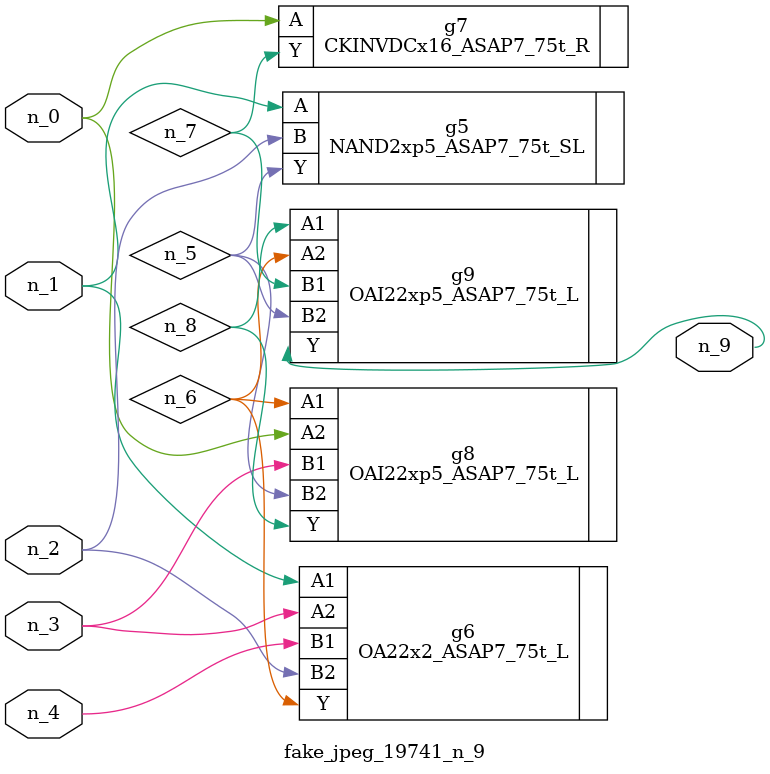
<source format=v>
module fake_jpeg_19741_n_9 (n_3, n_2, n_1, n_0, n_4, n_9);

input n_3;
input n_2;
input n_1;
input n_0;
input n_4;

output n_9;

wire n_8;
wire n_6;
wire n_5;
wire n_7;

NAND2xp5_ASAP7_75t_SL g5 ( 
.A(n_1),
.B(n_2),
.Y(n_5)
);

OA22x2_ASAP7_75t_L g6 ( 
.A1(n_1),
.A2(n_3),
.B1(n_4),
.B2(n_2),
.Y(n_6)
);

CKINVDCx16_ASAP7_75t_R g7 ( 
.A(n_0),
.Y(n_7)
);

OAI22xp5_ASAP7_75t_L g8 ( 
.A1(n_6),
.A2(n_0),
.B1(n_3),
.B2(n_5),
.Y(n_8)
);

OAI22xp5_ASAP7_75t_L g9 ( 
.A1(n_8),
.A2(n_6),
.B1(n_7),
.B2(n_5),
.Y(n_9)
);


endmodule
</source>
